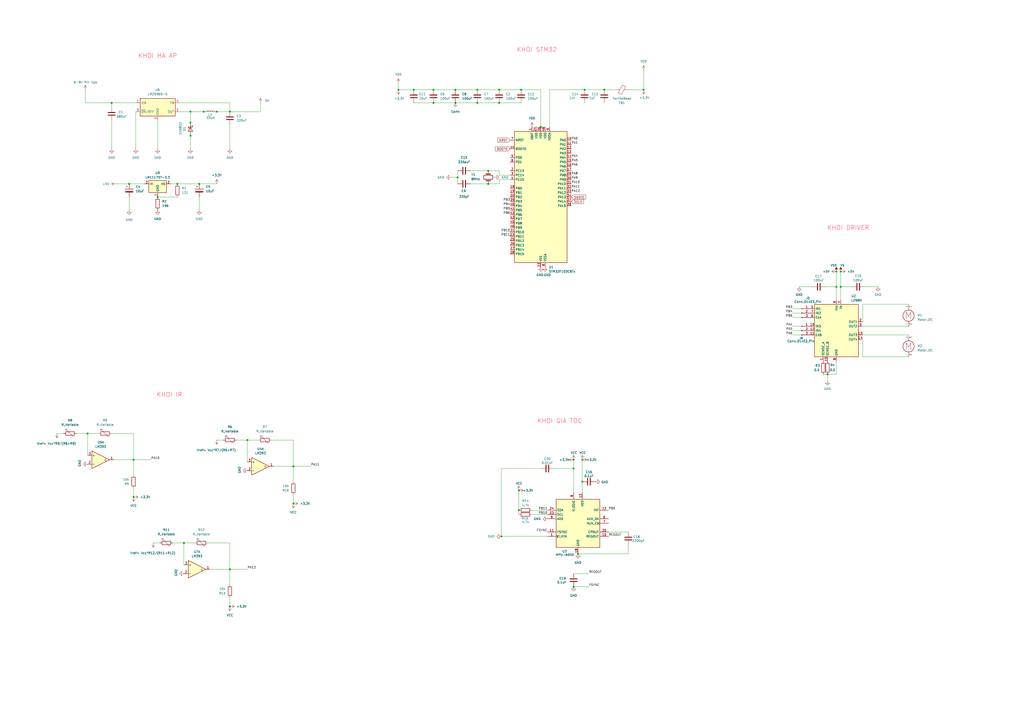
<source format=kicad_sch>
(kicad_sch (version 20250114) (generator "eeschema") (generator_version "9.0")
  (paper "A2")
  (lib_symbols
    (symbol "Comparator:LM393" (pin_names (offset 0.127))
      (property "Reference" "U" (at 3.81 3.81 0))
      (property "Value" "LM393" (at 6.35 -3.81 0))
      (symbol "LM393_1_1"
        (pin input line (at -7.62 2.54 0) (length 2.54) (name "+") (number "3"))
        (pin input line (at -7.62 -2.54 0) (length 2.54) (name "-") (number "2"))
        (pin open_collector line (at 7.62 0 180) (length 2.54) (name "~") (number "1"))
      )
      (symbol "LM393_2_1"
        (pin input line (at -7.62 2.54 0) (length 2.54) (name "+") (number "5"))
        (pin input line (at -7.62 -2.54 0) (length 2.54) (name "-") (number "6"))
        (pin open_collector line (at 7.62 0 180) (length 2.54) (name "~") (number "7"))
      )
      (symbol "LM393_3_1"
        (pin power_in line (at -2.54 7.62 270) (length 3.81) (name "V+") (number "8"))
        (pin power_in line (at -2.54 -7.62 90) (length 3.81) (name "V-") (number "4"))
      )
    )
    (symbol "Connector:Conn_01x03_Pin" (pin_names (offset 1.016) (hide yes))
      (property "Reference" "J" (at 0 5.08 0))
      (property "Value" "Conn_01x03_Pin" (at 0 -5.08 0))
      (symbol "Conn_01x03_Pin_1_1"
        (pin passive line (at 5.08 2.54 180) (length 3.81) (name "Pin_1") (number "1"))
        (pin passive line (at 5.08 0 180) (length 3.81) (name "Pin_2") (number "2"))
        (pin passive line (at 5.08 -2.54 180) (length 3.81) (name "Pin_3") (number "3"))
      )
    )
    (symbol "Device:C" (pin_numbers (hide yes)) (pin_names (offset 0.254))
      (property "Reference" "C" (at 0.635 2.54 0))
      (property "Value" "C" (at 0.635 -2.54 0))
      (symbol "C_1_1"
        (pin passive line (at 0 3.81 270) (length 2.794) (name "~") (number "1"))
        (pin passive line (at 0 -3.81 90) (length 2.794) (name "~") (number "2"))
      )
    )
    (symbol "Device:C_Polarized" (pin_numbers (hide yes)) (pin_names (offset 0.254))
      (property "Reference" "C" (at 0.635 2.54 0))
      (property "Value" "C_Polarized" (at 0.635 -2.54 0))
      (symbol "C_Polarized_1_1"
        (pin passive line (at 0 3.81 270) (length 2.794) (name "~") (number "1"))
        (pin passive line (at 0 -3.81 90) (length 2.794) (name "~") (number "2"))
      )
    )
    (symbol "Device:Crystal" (pin_numbers (hide yes)) (pin_names (offset 1.016) (hide yes))
      (property "Reference" "Y" (at 0 3.81 0))
      (property "Value" "Crystal" (at 0 -3.81 0))
      (symbol "Crystal_1_1"
        (pin passive line (at -3.81 0 0) (length 1.27) (name "1") (number "1"))
        (pin passive line (at 3.81 0 180) (length 1.27) (name "2") (number "2"))
      )
    )
    (symbol "Device:FerriteBead" (pin_numbers (hide yes)) (pin_names (offset 0))
      (property "Reference" "FB" (at -3.81 0.635 90))
      (property "Value" "FerriteBead" (at 3.81 0 90))
      (symbol "FerriteBead_1_1"
        (pin passive line (at 0 3.81 270) (length 2.54) (name "~") (number "1"))
        (pin passive line (at 0 -3.81 90) (length 2.54) (name "~") (number "2"))
      )
    )
    (symbol "Device:L" (pin_numbers (hide yes)) (pin_names (offset 1.016) (hide yes))
      (property "Reference" "L" (at -1.27 0 90))
      (property "Value" "L" (at 1.905 0 90))
      (symbol "L_1_1"
        (pin passive line (at 0 3.81 270) (length 1.27) (name "1") (number "1"))
        (pin passive line (at 0 -3.81 90) (length 1.27) (name "2") (number "2"))
      )
    )
    (symbol "Device:R" (pin_numbers (hide yes)) (pin_names (offset 0))
      (property "Reference" "R" (at 2.032 0 90))
      (property "Value" "R" (at 0 0 90))
      (symbol "R_1_1"
        (pin passive line (at 0 3.81 270) (length 1.27) (name "~") (number "1"))
        (pin passive line (at 0 -3.81 90) (length 1.27) (name "~") (number "2"))
      )
    )
    (symbol "Device:R_Variable" (pin_numbers (hide yes)) (pin_names (offset 0))
      (property "Reference" "R" (at 2.54 -2.54 90))
      (property "Value" "R_Variable" (at -2.54 -1.27 90))
      (symbol "R_Variable_1_1"
        (pin passive line (at 0 3.81 270) (length 1.27) (name "~") (number "1"))
        (pin passive line (at 0 -3.81 90) (length 1.27) (name "~") (number "2"))
      )
    )
    (symbol "Diode:1N5822" (pin_numbers (hide yes)) (pin_names (offset 1.016) (hide yes))
      (property "Reference" "D" (at 0 2.54 0))
      (property "Value" "1N5822" (at 0 -2.54 0))
      (symbol "1N5822_1_1"
        (pin passive line (at -3.81 0 0) (length 2.54) (name "K") (number "1"))
        (pin passive line (at 3.81 0 180) (length 2.54) (name "A") (number "2"))
      )
    )
    (symbol "Driver_Motor:L298N"
      (property "Reference" "U" (at -10.16 16.51 0))
      (property "Value" "L298N" (at 12.7 16.51 0))
      (symbol "L298N_1_1"
        (pin input line (at -15.24 12.7 0) (length 2.54) (name "IN1") (number "5"))
        (pin input line (at -15.24 10.16 0) (length 2.54) (name "IN2") (number "7"))
        (pin input line (at -15.24 7.62 0) (length 2.54) (name "EnA") (number "6"))
        (pin input line (at -15.24 2.54 0) (length 2.54) (name "IN3") (number "10"))
        (pin input line (at -15.24 0 0) (length 2.54) (name "IN4") (number "12"))
        (pin input line (at -15.24 -2.54 0) (length 2.54) (name "EnB") (number "11"))
        (pin input line (at -7.62 -17.78 90) (length 2.54) (name "SENSE_A") (number "1"))
        (pin input line (at -5.08 -17.78 90) (length 2.54) (name "SENSE_B") (number "15"))
        (pin power_in line (at 0 17.78 270) (length 2.54) (name "Vss") (number "9"))
        (pin power_in line (at 0 -17.78 90) (length 2.54) (name "GND") (number "8"))
        (pin power_in line (at 2.54 17.78 270) (length 2.54) (name "Vs") (number "4"))
        (pin output line (at 15.24 5.08 180) (length 2.54) (name "OUT1") (number "2"))
        (pin output line (at 15.24 2.54 180) (length 2.54) (name "OUT2") (number "3"))
        (pin output line (at 15.24 -2.54 180) (length 2.54) (name "OUT3") (number "13"))
        (pin output line (at 15.24 -5.08 180) (length 2.54) (name "OUT4") (number "14"))
      )
    )
    (symbol "MCU_ST_STM32F1:STM32F103C8Tx"
      (property "Reference" "U" (at -15.24 39.37 0))
      (property "Value" "STM32F103C8Tx" (at 7.62 39.37 0))
      (symbol "STM32F103C8Tx_1_1"
        (pin input line (at -17.78 33.02 0) (length 2.54) (name "NRST") (number "7"))
        (pin input line (at -17.78 27.94 0) (length 2.54) (name "BOOT0") (number "44"))
        (pin bidirectional line (at -17.78 22.86 0) (length 2.54) (name "PD0") (number "5"))
        (pin bidirectional line (at -17.78 20.32 0) (length 2.54) (name "PD1") (number "6"))
        (pin bidirectional line (at -17.78 15.24 0) (length 2.54) (name "PC13") (number "2"))
        (pin bidirectional line (at -17.78 12.7 0) (length 2.54) (name "PC14") (number "3"))
        (pin bidirectional line (at -17.78 10.16 0) (length 2.54) (name "PC15") (number "4"))
        (pin bidirectional line (at -17.78 5.08 0) (length 2.54) (name "PB0") (number "18"))
        (pin bidirectional line (at -17.78 2.54 0) (length 2.54) (name "PB1") (number "19"))
        (pin bidirectional line (at -17.78 0 0) (length 2.54) (name "PB2") (number "20"))
        (pin bidirectional line (at -17.78 -2.54 0) (length 2.54) (name "PB3") (number "39"))
        (pin bidirectional line (at -17.78 -5.08 0) (length 2.54) (name "PB4") (number "40"))
        (pin bidirectional line (at -17.78 -7.62 0) (length 2.54) (name "PB5") (number "41"))
        (pin bidirectional line (at -17.78 -10.16 0) (length 2.54) (name "PB6") (number "42"))
        (pin bidirectional line (at -17.78 -12.7 0) (length 2.54) (name "PB7") (number "43"))
        (pin bidirectional line (at -17.78 -15.24 0) (length 2.54) (name "PB8") (number "45"))
        (pin bidirectional line (at -17.78 -17.78 0) (length 2.54) (name "PB9") (number "46"))
        (pin bidirectional line (at -17.78 -20.32 0) (length 2.54) (name "PB10") (number "21"))
        (pin bidirectional line (at -17.78 -22.86 0) (length 2.54) (name "PB11") (number "22"))
        (pin bidirectional line (at -17.78 -25.4 0) (length 2.54) (name "PB12") (number "25"))
        (pin bidirectional line (at -17.78 -27.94 0) (length 2.54) (name "PB13") (number "26"))
        (pin bidirectional line (at -17.78 -30.48 0) (length 2.54) (name "PB14") (number "27"))
        (pin bidirectional line (at -17.78 -33.02 0) (length 2.54) (name "PB15") (number "28"))
        (pin power_in line (at -5.08 40.64 270) (length 2.54) (name "VBAT") (number "1"))
        (pin power_in line (at -2.54 40.64 270) (length 2.54) (name "VDD") (number "24"))
        (pin power_in line (at 0 40.64 270) (length 2.54) (name "VDD") (number "36"))
        (pin power_in line (at 0 -40.64 90) (length 2.54) (name "VSS") (number "23"))
        (pin passive line (at 0 -40.64 90) (length 2.54) (hide yes) (name "VSS") (number "35"))
        (pin passive line (at 0 -40.64 90) (length 2.54) (hide yes) (name "VSS") (number "47"))
        (pin power_in line (at 2.54 40.64 270) (length 2.54) (name "VDD") (number "48"))
        (pin power_in line (at 2.54 -40.64 90) (length 2.54) (name "VSSA") (number "8"))
        (pin power_in line (at 5.08 40.64 270) (length 2.54) (name "VDDA") (number "9"))
        (pin bidirectional line (at 17.78 33.02 180) (length 2.54) (name "PA0") (number "10"))
        (pin bidirectional line (at 17.78 30.48 180) (length 2.54) (name "PA1") (number "11"))
        (pin bidirectional line (at 17.78 27.94 180) (length 2.54) (name "PA2") (number "12"))
        (pin bidirectional line (at 17.78 25.4 180) (length 2.54) (name "PA3") (number "13"))
        (pin bidirectional line (at 17.78 22.86 180) (length 2.54) (name "PA4") (number "14"))
        (pin bidirectional line (at 17.78 20.32 180) (length 2.54) (name "PA5") (number "15"))
        (pin bidirectional line (at 17.78 17.78 180) (length 2.54) (name "PA6") (number "16"))
        (pin bidirectional line (at 17.78 15.24 180) (length 2.54) (name "PA7") (number "17"))
        (pin bidirectional line (at 17.78 12.7 180) (length 2.54) (name "PA8") (number "29"))
        (pin bidirectional line (at 17.78 10.16 180) (length 2.54) (name "PA9") (number "30"))
        (pin bidirectional line (at 17.78 7.62 180) (length 2.54) (name "PA10") (number "31"))
        (pin bidirectional line (at 17.78 5.08 180) (length 2.54) (name "PA11") (number "32"))
        (pin bidirectional line (at 17.78 2.54 180) (length 2.54) (name "PA12") (number "33"))
        (pin bidirectional line (at 17.78 0 180) (length 2.54) (name "PA13") (number "34"))
        (pin bidirectional line (at 17.78 -2.54 180) (length 2.54) (name "PA14") (number "37"))
        (pin bidirectional line (at 17.78 -5.08 180) (length 2.54) (name "PA15") (number "38"))
      )
    )
    (symbol "Motor:Motor_DC" (pin_names (offset 0))
      (property "Reference" "M" (at 2.54 2.54 0))
      (property "Value" "Motor_DC" (at 2.54 -5.08 0))
      (symbol "Motor_DC_1_1"
        (pin passive line (at 0 5.08 270) (length 2.54) (name "+") (number "1"))
        (pin passive line (at 0 -7.62 90) (length 2.54) (name "-") (number "2"))
      )
    )
    (symbol "Regulator_Linear:LM1117DT-3.3"
      (property "Reference" "U" (at -3.81 3.175 0))
      (property "Value" "LM1117DT-3.3" (at 0 3.175 0))
      (symbol "LM1117DT-3.3_1_1"
        (pin power_in line (at -7.62 0 0) (length 2.54) (name "VI") (number "3"))
        (pin power_in line (at 0 -7.62 90) (length 2.54) (name "GND") (number "1"))
        (pin power_out line (at 7.62 0 180) (length 2.54) (name "VO") (number "2"))
      )
    )
    (symbol "Regulator_Switching:LM2596S-5"
      (property "Reference" "U" (at -10.16 6.35 0))
      (property "Value" "LM2596S-5" (at 0 6.35 0))
      (symbol "LM2596S-5_1_1"
        (pin power_in line (at -12.7 2.54 0) (length 2.54) (name "VIN") (number "1"))
        (pin input line (at -12.7 -2.54 0) (length 2.54) (name "~{ON}/OFF") (number "5"))
        (pin power_in line (at 0 -7.62 90) (length 2.54) (name "GND") (number "3"))
        (pin input line (at 12.7 2.54 180) (length 2.54) (name "FB") (number "4"))
        (pin output line (at 12.7 -2.54 180) (length 2.54) (name "OUT") (number "2"))
      )
    )
    (symbol "Sensor_Motion:MPU-6050"
      (property "Reference" "U" (at -11.43 13.97 0))
      (property "Value" "MPU-6050" (at 7.62 -15.24 0))
      (symbol "MPU-6050_1_1"
        (pin bidirectional line (at -17.78 7.62 0) (length 5.08) (name "SDA") (number "24"))
        (pin input line (at -17.78 5.08 0) (length 5.08) (name "SCL") (number "23"))
        (pin input line (at -17.78 2.54 0) (length 5.08) (name "AD0") (number "9"))
        (pin input line (at -17.78 -5.08 0) (length 5.08) (name "FSYNC") (number "11"))
        (pin input clock (at -17.78 -7.62 0) (length 5.08) (name "CLKIN") (number "1"))
        (pin no_connect line (at -12.7 12.7 0) (length 2.54) (hide yes) (name "NC") (number "2"))
        (pin no_connect line (at -12.7 10.16 0) (length 2.54) (hide yes) (name "NC") (number "3"))
        (pin no_connect line (at -12.7 0 0) (length 2.54) (hide yes) (name "NC") (number "4"))
        (pin no_connect line (at -12.7 -2.54 0) (length 2.54) (hide yes) (name "NC") (number "5"))
        (pin no_connect line (at -12.7 -10.16 0) (length 2.54) (hide yes) (name "NC") (number "14"))
        (pin power_in line (at -2.54 17.78 270) (length 3.81) (name "VLOGIC") (number "8"))
        (pin power_in line (at 0 -17.78 90) (length 3.81) (name "GND") (number "18"))
        (pin power_in line (at 2.54 17.78 270) (length 3.81) (name "VDD") (number "13"))
        (pin no_connect line (at 12.7 12.7 180) (length 2.54) (hide yes) (name "NC") (number "15"))
        (pin no_connect line (at 12.7 10.16 180) (length 2.54) (hide yes) (name "NC") (number "16"))
        (pin no_connect line (at 12.7 5.08 180) (length 2.54) (hide yes) (name "NC") (number "17"))
        (pin no_connect line (at 12.7 -2.54 180) (length 2.54) (hide yes) (name "RESV") (number "21"))
        (pin no_connect line (at 12.7 -10.16 180) (length 2.54) (hide yes) (name "RESV") (number "19"))
        (pin no_connect line (at 12.7 -12.7 180) (length 2.54) (hide yes) (name "RESV") (number "22"))
        (pin output line (at 17.78 7.62 180) (length 5.08) (name "INT") (number "12"))
        (pin bidirectional line (at 17.78 2.54 180) (length 5.08) (name "AUX_DA") (number "6"))
        (pin output clock (at 17.78 0 180) (length 5.08) (name "AUX_CL") (number "7"))
        (pin passive line (at 17.78 -5.08 180) (length 5.08) (name "CPOUT") (number "20"))
        (pin passive line (at 17.78 -7.62 180) (length 5.08) (name "REGOUT") (number "10"))
      )
    )
    (symbol "power:+1V5" (power) (pin_numbers (hide yes)) (pin_names (offset 0) (hide yes))
      (property "Value" "+1V5" (at 0 3.556 0))
      (symbol "+1V5_1_1"
        (pin power_in line (at 0 0 90) (length 0) (name "~") (number "1"))
      )
    )
    (symbol "power:+3.3V" (power) (pin_numbers (hide yes)) (pin_names (offset 0) (hide yes))
      (property "Value" "+3.3V" (at 0 3.556 0))
      (symbol "+3.3V_1_1"
        (pin power_in line (at 0 0 90) (length 0) (name "~") (number "1"))
      )
    )
    (symbol "power:+5V" (power) (pin_numbers (hide yes)) (pin_names (offset 0) (hide yes))
      (property "Value" "+5V" (at 0 3.556 0))
      (symbol "+5V_1_1"
        (pin power_in line (at 0 0 90) (length 0) (name "~") (number "1"))
      )
    )
    (symbol "power:+6V" (power) (pin_numbers (hide yes)) (pin_names (offset 0) (hide yes))
      (property "Value" "+6V" (at 0 3.556 0))
      (symbol "+6V_1_1"
        (pin power_in line (at 0 0 90) (length 0) (name "~") (number "1"))
      )
    )
    (symbol "power:Earth" (power) (pin_numbers (hide yes)) (pin_names (offset 0) (hide yes))
      (property "Value" "Earth" (at 0 -3.81 0))
      (symbol "Earth_1_1"
        (pin power_in line (at 0 0 270) (length 0) (name "~") (number "1"))
      )
    )
    (symbol "power:GND" (power) (pin_numbers (hide yes)) (pin_names (offset 0) (hide yes))
      (property "Value" "GND" (at 0 -3.81 0))
      (symbol "GND_1_1"
        (pin power_in line (at 0 0 270) (length 0) (name "~") (number "1"))
      )
    )
    (symbol "power:VCC" (power) (pin_numbers (hide yes)) (pin_names (offset 0) (hide yes))
      (property "Value" "VCC" (at 0 3.556 0))
      (symbol "VCC_1_1"
        (pin power_in line (at 0 0 90) (length 0) (name "~") (number "1"))
      )
    )
    (symbol "power:VDD" (power) (pin_numbers (hide yes)) (pin_names (offset 0) (hide yes))
      (property "Value" "VDD" (at 0 3.556 0))
      (symbol "VDD_1_1"
        (pin power_in line (at 0 0 90) (length 0) (name "~") (number "1"))
      )
    )
    (symbol "power:VS" (power) (pin_numbers (hide yes)) (pin_names (offset 0) (hide yes))
      (property "Value" "VS" (at 0 3.556 0))
      (symbol "VS_1_1"
        (pin power_in line (at 0 0 90) (length 0) (name "~") (number "1"))
      )
    )
    (symbol "power:VSS" (power) (pin_numbers (hide yes)) (pin_names (offset 0) (hide yes))
      (property "Value" "VSS" (at 0 3.556 0))
      (symbol "VSS_1_1"
        (pin power_in line (at 0 0 90) (length 0) (name "~") (number "1"))
      )
    )
  )
  (text "KHOI HA AP" (at 91.44 32.512 0) (effects (font (size 2.54 2.54))))
  (text "KHOI STM32\n" (at 311.404 28.956 0) (effects (font (size 2.54 2.54))))
  (text "KHOI GIA TOC \n" (at 325.628 244.348 0) (effects (font (size 2.54 2.54))))
  (text "KHOI DRIVER\n" (at 491.998 132.334 0) (effects (font (size 2.54 2.54))))
  (text "KHOI IR\n\n" (at 98.298 231.14 0) (effects (font (size 2.54 2.54))))
  (junction (at 64.77 59.69))
  (junction (at 231.14 52.07))
  (junction (at 373.38 52.07))
  (junction (at 339.09 52.07))
  (junction (at 283.21 99.06))
  (junction (at 170.18 270.51))
  (junction (at 302.26 52.07))
  (junction (at 264.16 52.07))
  (junction (at 110.49 64.77))
  (junction (at 77.47 266.7))
  (junction (at 133.35 64.77))
  (junction (at 170.18 292.1))
  (junction (at 485.14 157.48))
  (junction (at 240.03 52.07))
  (junction (at 289.56 52.07))
  (junction (at 290.83 311.15))
  (junction (at 110.49 71.12))
  (junction (at 300.99 284.48))
  (junction (at 265.43 102.87))
  (junction (at 143.51 255.27))
  (junction (at 251.46 59.69))
  (junction (at 118.11 64.77))
  (junction (at 77.47 288.29))
  (junction (at 350.52 52.07))
  (junction (at 337.82 266.7))
  (junction (at 133.35 351.79))
  (junction (at 106.68 314.96))
  (junction (at 289.56 59.69))
  (junction (at 487.68 157.48))
  (junction (at 487.68 166.37))
  (junction (at 283.21 106.68))
  (junction (at 300.99 295.91))
  (junction (at 125.73 64.77))
  (junction (at 313.69 73.66))
  (junction (at 332.74 266.7))
  (junction (at 337.82 279.4))
  (junction (at 335.28 321.31))
  (junction (at 276.86 52.07))
  (junction (at 264.16 59.69))
  (junction (at 50.8 251.46))
  (junction (at 74.93 106.68))
  (junction (at 480.06 217.17))
  (junction (at 110.49 78.74))
  (junction (at 332.74 271.78))
  (junction (at 115.57 106.68))
  (junction (at 251.46 52.07))
  (junction (at 332.74 340.36))
  (junction (at 133.35 330.2))
  (junction (at 485.14 166.37))
  (junction (at 102.87 106.68))
  (junction (at 276.86 59.69))
  (junction (at 91.44 114.3))
  (wire (pts (xy 110.49 64.77) (xy 118.11 64.77)))
  (wire (pts (xy 487.68 157.48) (xy 487.68 166.37)))
  (wire (pts (xy 133.35 314.96) (xy 133.35 330.2)))
  (wire (pts (xy 485.14 166.37) (xy 478.79 166.37)))
  (wire (pts (xy 353.06 308.61) (xy 364.49 308.61)))
  (wire (pts (xy 459.74 194.31) (xy 464.82 194.31)))
  (wire (pts (xy 77.47 266.7) (xy 87.63 266.7)))
  (wire (pts (xy 100.33 314.96) (xy 106.68 314.96)))
  (wire (pts (xy 485.14 217.17) (xy 480.06 217.17)))
  (wire (pts (xy 500.38 176.53) (xy 527.05 176.53)))
  (wire (pts (xy 264.16 59.69) (xy 276.86 59.69)))
  (wire (pts (xy 151.13 64.77) (xy 151.13 59.69)))
  (wire (pts (xy 459.74 181.61) (xy 464.82 181.61)))
  (wire (pts (xy 300.99 295.91) (xy 300.99 298.45)))
  (wire (pts (xy 133.35 86.36) (xy 133.35 72.39)))
  (wire (pts (xy 67.31 106.68) (xy 74.93 106.68)))
  (wire (pts (xy 313.69 73.66) (xy 316.23 73.66)))
  (wire (pts (xy 110.49 64.77) (xy 110.49 71.12)))
  (wire (pts (xy 104.14 64.77) (xy 110.49 64.77)))
  (wire (pts (xy 477.52 217.17) (xy 480.06 217.17)))
  (wire (pts (xy 77.47 283.21) (xy 77.47 288.29)))
  (wire (pts (xy 273.05 99.06) (xy 283.21 99.06)))
  (wire (pts (xy 110.49 76.2) (xy 110.49 78.74)))
  (wire (pts (xy 44.45 251.46) (xy 50.8 251.46)))
  (wire (pts (xy 88.9 314.96) (xy 92.71 314.96)))
  (wire (pts (xy 295.91 104.14) (xy 289.56 104.14)))
  (wire (pts (xy 339.09 52.07) (xy 318.77 52.07)))
  (wire (pts (xy 289.56 104.14) (xy 289.56 106.68)))
  (wire (pts (xy 137.16 255.27) (xy 143.51 255.27)))
  (wire (pts (xy 500.38 186.69) (xy 500.38 176.53)))
  (wire (pts (xy 120.65 314.96) (xy 133.35 314.96)))
  (wire (pts (xy 74.93 106.68) (xy 83.82 106.68)))
  (wire (pts (xy 350.52 52.07) (xy 339.09 52.07)))
  (wire (pts (xy 143.51 255.27) (xy 149.86 255.27)))
  (wire (pts (xy 143.51 255.27) (xy 143.51 267.97)))
  (wire (pts (xy 170.18 287.02) (xy 170.18 292.1)))
  (wire (pts (xy 91.44 69.85) (xy 91.44 86.36)))
  (wire (pts (xy 332.74 332.74) (xy 341.63 332.74)))
  (wire (pts (xy 33.02 251.46) (xy 36.83 251.46)))
  (wire (pts (xy 364.49 321.31) (xy 335.28 321.31)))
  (wire (pts (xy 64.77 59.69) (xy 78.74 59.69)))
  (wire (pts (xy 115.57 121.92) (xy 115.57 114.3)))
  (wire (pts (xy 313.69 271.78) (xy 290.83 271.78)))
  (wire (pts (xy 251.46 59.69) (xy 264.16 59.69)))
  (wire (pts (xy 500.38 189.23) (xy 527.05 189.23)))
  (wire (pts (xy 265.43 99.06) (xy 265.43 102.87)))
  (wire (pts (xy 170.18 255.27) (xy 170.18 270.51)))
  (wire (pts (xy 50.8 251.46) (xy 57.15 251.46)))
  (wire (pts (xy 295.91 101.6) (xy 289.56 101.6)))
  (wire (pts (xy 170.18 270.51) (xy 180.34 270.51)))
  (wire (pts (xy 373.38 40.64) (xy 373.38 52.07)))
  (wire (pts (xy 115.57 106.68) (xy 125.73 106.68)))
  (wire (pts (xy 251.46 52.07) (xy 264.16 52.07)))
  (wire (pts (xy 231.14 48.26) (xy 231.14 52.07)))
  (wire (pts (xy 332.74 266.7) (xy 332.74 271.78)))
  (wire (pts (xy 332.74 340.36) (xy 341.63 340.36)))
  (wire (pts (xy 459.74 179.07) (xy 464.82 179.07)))
  (wire (pts (xy 289.56 99.06) (xy 283.21 99.06)))
  (wire (pts (xy 64.77 59.69) (xy 64.77 62.23)))
  (wire (pts (xy 158.75 270.51) (xy 170.18 270.51)))
  (wire (pts (xy 308.61 295.91) (xy 317.5 295.91)))
  (wire (pts (xy 118.11 64.77) (xy 125.73 64.77)))
  (wire (pts (xy 485.14 157.48) (xy 485.14 166.37)))
  (wire (pts (xy 77.47 266.7) (xy 77.47 275.59)))
  (wire (pts (xy 64.77 251.46) (xy 77.47 251.46)))
  (wire (pts (xy 110.49 78.74) (xy 110.49 86.36)))
  (wire (pts (xy 501.65 166.37) (xy 509.27 166.37)))
  (wire (pts (xy 500.38 207.01) (xy 527.05 207.01)))
  (wire (pts (xy 290.83 311.15) (xy 317.5 311.15)))
  (wire (pts (xy 231.14 52.07) (xy 240.03 52.07)))
  (wire (pts (xy 321.31 271.78) (xy 332.74 271.78)))
  (wire (pts (xy 276.86 59.69) (xy 289.56 59.69)))
  (wire (pts (xy 459.74 191.77) (xy 464.82 191.77)))
  (wire (pts (xy 110.49 71.12) (xy 110.49 74.93)))
  (wire (pts (xy 264.16 52.07) (xy 276.86 52.07)))
  (wire (pts (xy 121.92 330.2) (xy 133.35 330.2)))
  (wire (pts (xy 125.73 255.27) (xy 129.54 255.27)))
  (wire (pts (xy 480.06 217.17) (xy 480.06 220.98)))
  (wire (pts (xy 261.62 102.87) (xy 265.43 102.87)))
  (wire (pts (xy 459.74 184.15) (xy 464.82 184.15)))
  (wire (pts (xy 106.68 314.96) (xy 113.03 314.96)))
  (wire (pts (xy 285.75 102.87) (xy 287.02 102.87)))
  (wire (pts (xy 500.38 196.85) (xy 500.38 207.01)))
  (wire (pts (xy 289.56 59.69) (xy 302.26 59.69)))
  (wire (pts (xy 50.8 251.46) (xy 50.8 264.16)))
  (wire (pts (xy 133.35 59.69) (xy 133.35 64.77)))
  (wire (pts (xy 289.56 101.6) (xy 289.56 99.06)))
  (wire (pts (xy 133.35 64.77) (xy 151.13 64.77)))
  (wire (pts (xy 332.74 339.09) (xy 332.74 340.36)))
  (wire (pts (xy 133.35 346.71) (xy 133.35 351.79)))
  (wire (pts (xy 337.82 266.7) (xy 337.82 279.4)))
  (wire (pts (xy 485.14 166.37) (xy 485.14 173.99)))
  (wire (pts (xy 318.77 52.07) (xy 318.77 73.66)))
  (wire (pts (xy 64.77 86.36) (xy 64.77 69.85)))
  (wire (pts (xy 471.17 166.37) (xy 463.55 166.37)))
  (wire (pts (xy 273.05 106.68) (xy 283.21 106.68)))
  (wire (pts (xy 78.74 64.77) (xy 78.74 86.36)))
  (wire (pts (xy 66.04 266.7) (xy 77.47 266.7)))
  (wire (pts (xy 99.06 106.68) (xy 102.87 106.68)))
  (wire (pts (xy 313.69 52.07) (xy 313.69 73.66)))
  (wire (pts (xy 276.86 52.07) (xy 289.56 52.07)))
  (wire (pts (xy 74.93 121.92) (xy 74.93 114.3)))
  (wire (pts (xy 125.73 64.77) (xy 133.35 64.77)))
  (wire (pts (xy 302.26 52.07) (xy 313.69 52.07)))
  (wire (pts (xy 487.68 166.37) (xy 494.03 166.37)))
  (wire (pts (xy 170.18 270.51) (xy 170.18 279.4)))
  (wire (pts (xy 373.38 52.07) (xy 364.49 52.07)))
  (wire (pts (xy 240.03 52.07) (xy 251.46 52.07)))
  (wire (pts (xy 308.61 298.45) (xy 317.5 298.45)))
  (wire (pts (xy 157.48 255.27) (xy 170.18 255.27)))
  (wire (pts (xy 300.99 284.48) (xy 300.99 295.91)))
  (wire (pts (xy 77.47 251.46) (xy 77.47 266.7)))
  (wire (pts (xy 485.14 209.55) (xy 485.14 217.17)))
  (wire (pts (xy 289.56 52.07) (xy 302.26 52.07)))
  (wire (pts (xy 91.44 114.3) (xy 102.87 114.3)))
  (wire (pts (xy 364.49 316.23) (xy 364.49 321.31)))
  (wire (pts (xy 106.68 314.96) (xy 106.68 327.66)))
  (wire (pts (xy 356.87 52.07) (xy 350.52 52.07)))
  (wire (pts (xy 289.56 106.68) (xy 283.21 106.68)))
  (wire (pts (xy 487.68 166.37) (xy 487.68 173.99)))
  (wire (pts (xy 49.53 59.69) (xy 64.77 59.69)))
  (wire (pts (xy 240.03 59.69) (xy 251.46 59.69)))
  (wire (pts (xy 337.82 279.4) (xy 337.82 285.75)))
  (wire (pts (xy 102.87 106.68) (xy 115.57 106.68)))
  (wire (pts (xy 265.43 102.87) (xy 265.43 106.68)))
  (wire (pts (xy 133.35 330.2) (xy 133.35 339.09)))
  (wire (pts (xy 311.15 73.66) (xy 313.69 73.66)))
  (wire (pts (xy 459.74 189.23) (xy 464.82 189.23)))
  (wire (pts (xy 500.38 194.31) (xy 527.05 194.31)))
  (wire (pts (xy 332.74 271.78) (xy 332.74 285.75)))
  (wire (pts (xy 104.14 59.69) (xy 133.35 59.69)))
  (wire (pts (xy 290.83 271.78) (xy 290.83 311.15)))
  (wire (pts (xy 133.35 330.2) (xy 143.51 330.2)))
  (wire (pts (xy 49.53 52.07) (xy 49.53 59.69)))
  (wire (pts (xy 295.91 137.16) (xy 295.91 134.62)))
  (label "FSYNC" (at 317.5 308.61 180))
  (label "PA12" (at 331.47 111.76 0))
  (label "PA1" (at 331.47 83.82 0))
  (label "FSYNC" (at 341.63 340.36 0))
  (label "PA11" (at 331.47 109.22 0))
  (label "PB4" (at 459.74 181.61 180))
  (label "PA4" (at 459.74 189.23 180))
  (label "PA11" (at 180.34 270.51 0))
  (label "PA5" (at 331.47 93.98 0))
  (label "PA4" (at 331.47 91.44 0))
  (label "PB10" (at 295.91 134.62 180))
  (label "PA10" (at 331.47 106.68 0))
  (label "PB6" (at 295.91 124.46 180))
  (label "PA5" (at 459.74 191.77 180))
  (label "PA10" (at 87.63 266.7 0))
  (label "PB3" (at 295.91 116.84 180))
  (label "PA8" (at 331.47 101.6 0))
  (label "PA6" (at 331.47 96.52 0))
  (label "PB4" (at 295.91 119.38 180))
  (label "REGOUT" (at 353.06 311.15 0))
  (label "PB5" (at 353.06 295.91 0))
  (label "PB10" (at 317.5 298.45 180))
  (label "PA12" (at 143.51 330.2 0))
  (label "PA6" (at 459.74 194.31 180))
  (label "PB5" (at 295.91 121.92 180))
  (label "PB3" (at 459.74 179.07 180))
  (label "PA9" (at 331.47 104.14 0))
  (label "PB11" (at 317.5 295.91 180))
  (label "PB6" (at 459.74 184.15 180))
  (label "PB11" (at 295.91 137.16 180))
  (label "PA0" (at 331.47 81.28 0))
  (label "REGOUT" (at 341.63 332.74 0))
  (global_label "SWDIO" (shape input) (at 331.47 114.3 0) (property "Intersheetrefs" "${INTERSHEET_REFS}" (effects (hide yes))))
  (global_label "NRST" (shape input) (at 295.91 81.28 180) (property "Intersheetrefs" "${INTERSHEET_REFS}" (effects (hide yes))))
  (global_label "BOOT0" (shape input) (at 295.91 86.36 180) (property "Intersheetrefs" "${INTERSHEET_REFS}" (effects (hide yes))))
  (global_label "SCLK" (shape input) (at 331.47 116.84 0) (property "Intersheetrefs" "${INTERSHEET_REFS}" (effects (hide yes))))
  (symbol (lib_id "power:+1V5") (at 125.73 255.27 180) (unit 1)
    (property "Reference" "#PWR033" (effects (hide yes)))
    (property "Value" "Vref= Vcc*R7/(R6+R7)" (at 125.476 261.112 0))
    (property "Description" "Power symbol creates a global label with name \"+1V5\"" (effects (hide yes)))
  )
  (symbol (lib_id "Device:FerriteBead") (at 360.68 52.07 270) (unit 1)
    (property "Reference" "FB1" (at 360.7308 59.69 90))
    (property "Value" "FerriteBead" (at 360.7308 57.15 90))
    (property "Description" "Ferrite bead" (effects (hide yes)))
  )
  (symbol (lib_id "power:VCC") (at 332.74 266.7 0) (unit 1)
    (property "Reference" "#PWR049" (effects (hide yes)))
    (property "Value" "VCC" (at 330.962 262.636 0) (effects (justify left)))
    (property "Description" "Power symbol creates a global label with name \"VCC\"" (effects (hide yes)))
  )
  (symbol (lib_id "Device:C") (at 364.49 312.42 0) (unit 1)
    (property "Reference" "C18" (at 369.316 311.404 0))
    (property "Value" "2200pF" (at 370.332 313.69 0))
    (property "Description" "Unpolarized capacitor" (effects (hide yes)))
  )
  (symbol (lib_id "power:GND") (at 287.02 102.87 90) (unit 1)
    (property "Reference" "#PWR021" (effects (hide yes)))
    (property "Value" "GND" (at 290.83 102.8699 90) (effects (justify right)))
    (property "Description" "Power symbol creates a global label with name \"GND\" , ground" (effects (hide yes)))
  )
  (symbol (lib_id "Comparator:LM393") (at 58.42 266.7 0) (unit 1)
    (property "Reference" "U5" (at 58.42 256.54 0))
    (property "Value" "LM393" (at 58.42 259.08 0))
    (property "Datasheet" "http://www.ti.com/lit/ds/symlink/lm393.pdf" (effects (hide yes)))
    (property "Description" "Low-Power, Low-Offset Voltage, Dual Comparators, DIP-8/SOIC-8/TO-99-8" (effects (hide yes)))
  )
  (symbol (lib_id "Device:C") (at 251.46 55.88 180) (unit 1)
    (property "Reference" "C6" (at 255.27 54.6099 0) (effects (justify right)))
    (property "Value" "100uF" (at 255.27 57.1499 0) (effects (justify right)))
    (property "Description" "Unpolarized capacitor" (effects (hide yes)))
  )
  (symbol (lib_id "Device:R") (at 77.47 279.4 180) (unit 1)
    (property "Reference" "R5" (at 74.93 280.6701 0) (effects (justify left)))
    (property "Value" "10k" (at 74.93 278.1301 0) (effects (justify left)))
    (property "Description" "Resistor" (effects (hide yes)))
  )
  (symbol (lib_id "power:GND") (at 91.44 121.92 0) (unit 1)
    (property "Reference" "#PWR020" (effects (hide yes)))
    (property "Value" "GND" (at 91.44 127 0))
    (property "Description" "Power symbol creates a global label with name \"GND\" , ground" (effects (hide yes)))
  )
  (symbol (lib_id "power:VCC") (at 133.35 351.79 180) (unit 1)
    (property "Reference" "#PWR040" (effects (hide yes)))
    (property "Value" "VCC" (at 133.35 356.87 0))
    (property "Description" "Power symbol creates a global label with name \"VCC\"" (effects (hide yes)))
  )
  (symbol (lib_id "Device:C") (at 341.63 279.4 270) (unit 1)
    (property "Reference" "C16" (at 341.63 273.812 90))
    (property "Value" "0.1uF" (at 341.63 276.098 90))
    (property "Description" "Unpolarized capacitor" (effects (hide yes)))
  )
  (symbol (lib_id "power:GND") (at 509.27 166.37 0) (unit 1)
    (property "Reference" "#PWR017" (effects (hide yes)))
    (property "Value" "GND" (at 509.27 170.942 0))
    (property "Description" "Power symbol creates a global label with name \"GND\" , ground" (effects (hide yes)))
  )
  (symbol (lib_id "Comparator:LM393") (at 114.3 330.2 0) (unit 1)
    (property "Reference" "U7" (at 114.3 320.04 0))
    (property "Value" "LM393" (at 114.3 322.58 0))
    (property "Datasheet" "http://www.ti.com/lit/ds/symlink/lm393.pdf" (effects (hide yes)))
    (property "Description" "Low-Power, Low-Offset Voltage, Dual Comparators, DIP-8/SOIC-8/TO-99-8" (effects (hide yes)))
  )
  (symbol (lib_id "Regulator_Linear:LM1117DT-3.3") (at 91.44 106.68 0) (unit 1)
    (property "Reference" "U9" (at 91.44 100.33 0))
    (property "Value" "LM1117DT-3.3" (at 91.44 102.87 0))
    (property "Footprint" "Package_TO_SOT_SMD:TO-252-3_TabPin2" (effects (hide yes)))
    (property "Datasheet" "http://www.ti.com/lit/ds/symlink/lm1117.pdf" (effects (hide yes)))
    (property "Description" "800mA Low-Dropout Linear Regulator, 3.3V fixed output, TO-252" (effects (hide yes)))
  )
  (symbol (lib_id "Regulator_Switching:LM2596S-5") (at 91.44 62.23 0) (unit 1)
    (property "Reference" "U6" (at 91.44 52.07 0))
    (property "Value" "LM2596S-5" (at 91.44 54.61 0))
    (property "Footprint" "Package_TO_SOT_SMD:TO-263-5_TabPin3" (effects (hide yes)))
    (property "Datasheet" "http://www.ti.com/lit/ds/symlink/lm2596.pdf" (effects (hide yes)))
    (property "Description" "5V 3A Step-Down Voltage Regulator, TO-263" (effects (hide yes)))
  )
  (symbol (lib_id "power:GND") (at 316.23 154.94 0) (unit 1)
    (property "Reference" "#PWR025" (effects (hide yes)))
    (property "Value" "GND" (at 317.5 159.512 0))
    (property "Description" "Power symbol creates a global label with name \"GND\" , ground" (effects (hide yes)))
  )
  (symbol (lib_id "Device:R_Variable") (at 60.96 251.46 90) (unit 1)
    (property "Reference" "R9" (at 60.96 243.84 90))
    (property "Value" "R_Variable" (at 60.96 246.38 90))
    (property "Description" "Variable resistor" (effects (hide yes)))
  )
  (symbol (lib_id "power:+3.3V") (at 373.38 52.07 180) (unit 1)
    (property "Reference" "#PWR029" (effects (hide yes)))
    (property "Value" "+3.3V" (at 370.84 56.642 0) (effects (justify right)))
    (property "Description" "Power symbol creates a global label with name \"+3.3V\"" (effects (hide yes)))
  )
  (symbol (lib_id "Device:C") (at 332.74 336.55 0) (unit 1)
    (property "Reference" "C19" (at 326.39 335.534 0))
    (property "Value" "0.1uF" (at 325.882 337.82 0))
    (property "Description" "Unpolarized capacitor" (effects (hide yes)))
  )
  (symbol (lib_id "power:+5V") (at 485.14 157.48 90) (unit 1)
    (property "Reference" "#PWR018" (effects (hide yes)))
    (property "Value" "+5V" (at 481.33 157.4799 90) (effects (justify left)))
    (property "Description" "Power symbol creates a global label with name \"+5V\"" (effects (hide yes)))
  )
  (symbol (lib_id "power:GND") (at 463.55 166.37 0) (unit 1)
    (property "Reference" "#PWR019" (effects (hide yes)))
    (property "Value" "GND" (at 463.55 170.942 0))
    (property "Description" "Power symbol creates a global label with name \"GND\" , ground" (effects (hide yes)))
  )
  (symbol (lib_id "power:GND") (at 480.06 220.98 0) (unit 1)
    (property "Reference" "#PWR037" (effects (hide yes)))
    (property "Value" "GND" (at 480.06 225.552 0))
    (property "Description" "Power symbol creates a global label with name \"GND\" , ground" (effects (hide yes)))
  )
  (symbol (lib_id "power:+3.3V") (at 337.82 266.7 270) (unit 1)
    (property "Reference" "#PWR044" (effects (hide yes)))
    (property "Value" "+3.3V" (at 343.154 266.7 90))
    (property "Description" "Power symbol creates a global label with name \"+3.3V\"" (effects (hide yes)))
  )
  (symbol (lib_id "Device:C") (at 64.77 66.04 0) (unit 1)
    (property "Reference" "C1" (at 70.104 65.024 0))
    (property "Value" "680uF" (at 70.612 67.564 0))
    (property "Description" "Unpolarized capacitor" (effects (hide yes)))
  )
  (symbol (lib_id "Device:C_Polarized") (at 115.57 110.49 0) (unit 1)
    (property "Reference" "C5" (at 119.38 108.3309 0) (effects (justify left)))
    (property "Value" "10uF" (at 119.38 110.8709 0) (effects (justify left)))
    (property "Description" "Polarized capacitor" (effects (hide yes)))
  )
  (symbol (lib_id "Device:R_Variable") (at 116.84 314.96 90) (unit 1)
    (property "Reference" "R12" (at 116.84 307.34 90))
    (property "Value" "R_Variable" (at 116.84 309.88 90))
    (property "Description" "Variable resistor" (effects (hide yes)))
  )
  (symbol (lib_id "power:VSS") (at 485.14 157.48 0) (unit 1)
    (property "Reference" "#PWR012" (effects (hide yes)))
    (property "Value" "VSS" (at 483.616 153.924 0))
    (property "Description" "Power symbol creates a global label with name \"VSS\"" (effects (hide yes)))
  )
  (symbol (lib_id "Device:C") (at 276.86 55.88 180) (unit 1)
    (property "Reference" "C7" (at 280.67 54.6099 0) (effects (justify right)))
    (property "Value" "100uF" (at 280.67 57.1499 0) (effects (justify right)))
    (property "Description" "Unpolarized capacitor" (effects (hide yes)))
  )
  (symbol (lib_id "Device:C") (at 269.24 99.06 90) (unit 1)
    (property "Reference" "C10" (at 269.24 91.44 90))
    (property "Value" "330puF" (at 269.24 93.98 90))
    (property "Description" "Unpolarized capacitor" (effects (hide yes)))
  )
  (symbol (lib_id "Driver_Motor:L298N") (at 485.14 191.77 0) (unit 1)
    (property "Reference" "U2" (at 493.776 171.704 0) (effects (justify left)))
    (property "Value" "L298N" (at 493.776 174.244 0) (effects (justify left)))
    (property "Footprint" "Package_TO_SOT_THT:TO-220-15_P2.54x5.08mm_StaggerOdd_Lead4.58mm_Vertical" (effects (hide yes)))
    (property "Datasheet" "http://www.st.com/st-web-ui/static/active/en/resource/technical/document/datasheet/CD00000240.pdf" (effects (hide yes)))
    (property "Description" "Dual full bridge motor driver, up to 46V, 4A, Multiwatt15-V" (effects (hide yes)))
  )
  (symbol (lib_id "power:VDD") (at 231.14 48.26 0) (unit 1)
    (property "Reference" "#PWR010" (effects (hide yes)))
    (property "Value" "VDD" (at 231.14 43.18 0))
    (property "Description" "Power symbol creates a global label with name \"VDD\"" (effects (hide yes)))
  )
  (symbol (lib_id "Device:R") (at 91.44 118.11 0) (unit 1)
    (property "Reference" "R2" (at 93.98 116.8399 0) (effects (justify left)))
    (property "Value" "196" (at 93.98 119.3799 0) (effects (justify left)))
    (property "Description" "Resistor" (effects (hide yes)))
  )
  (symbol (lib_id "power:+3.3V") (at 231.14 52.07 180) (unit 1)
    (property "Reference" "#PWR015" (effects (hide yes)))
    (property "Value" "+3.3V" (at 228.6 57.15 0) (effects (justify right)))
    (property "Description" "Power symbol creates a global label with name \"+3.3V\"" (effects (hide yes)))
  )
  (symbol (lib_id "Device:C") (at 350.52 55.88 180) (unit 1)
    (property "Reference" "C13" (at 343.154 54.61 0) (effects (justify right)))
    (property "Value" "1uF" (at 341.63 56.896 0) (effects (justify right)))
    (property "Description" "Unpolarized capacitor" (effects (hide yes)))
  )
  (symbol (lib_id "power:GND") (at 335.28 321.31 0) (unit 1)
    (property "Reference" "#PWR045" (effects (hide yes)))
    (property "Value" "GND" (at 335.28 326.39 0))
    (property "Description" "Power symbol creates a global label with name \"GND\" , ground" (effects (hide yes)))
  )
  (symbol (lib_id "Device:C") (at 289.56 55.88 180) (unit 1)
    (property "Reference" "C2" (at 293.37 54.6099 0) (effects (justify right)))
    (property "Value" "100uF" (at 293.37 57.1499 0) (effects (justify right)))
    (property "Description" "Unpolarized capacitor" (effects (hide yes)))
  )
  (symbol (lib_id "power:+3.3V") (at 133.35 351.79 270) (unit 1)
    (property "Reference" "#PWR041" (effects (hide yes)))
    (property "Value" "+3.3V" (at 137.16 351.7901 90) (effects (justify left)))
    (property "Description" "Power symbol creates a global label with name \"+3.3V\"" (effects (hide yes)))
  )
  (symbol (lib_id "power:+3.3V") (at 300.99 284.48 270) (unit 1)
    (property "Reference" "#PWR046" (effects (hide yes)))
    (property "Value" "+3.3V" (at 306.324 284.48 90))
    (property "Description" "Power symbol creates a global label with name \"+3.3V\"" (effects (hide yes)))
  )
  (symbol (lib_id "power:VCC") (at 337.82 266.7 0) (unit 1)
    (property "Reference" "#PWR042" (effects (hide yes)))
    (property "Value" "VCC" (at 336.042 262.636 0) (effects (justify left)))
    (property "Description" "Power symbol creates a global label with name \"VCC\"" (effects (hide yes)))
  )
  (symbol (lib_id "power:+3.3V") (at 170.18 292.1 270) (unit 1)
    (property "Reference" "#PWR035" (effects (hide yes)))
    (property "Value" "+3.3V" (at 173.99 292.1001 90) (effects (justify left)))
    (property "Description" "Power symbol creates a global label with name \"+3.3V\"" (effects (hide yes)))
  )
  (symbol (lib_id "power:GND") (at 317.5 300.99 270) (unit 1)
    (property "Reference" "#PWR048" (effects (hide yes)))
    (property "Value" "GND" (at 313.69 300.9899 90) (effects (justify right)))
    (property "Description" "Power symbol creates a global label with name \"GND\" , ground" (effects (hide yes)))
  )
  (symbol (lib_id "power:GND") (at 143.51 273.05 270) (unit 1)
    (property "Reference" "#PWR034" (effects (hide yes)))
    (property "Value" "GND" (at 138.938 272.542 0))
    (property "Description" "Power symbol creates a global label with name \"GND\" , ground" (effects (hide yes)))
  )
  (symbol (lib_id "power:VDD") (at 308.61 73.66 0) (unit 1)
    (property "Reference" "#PWR04" (effects (hide yes)))
    (property "Value" "VDD" (at 308.61 68.58 0))
    (property "Description" "Power symbol creates a global label with name \"VDD\"" (effects (hide yes)))
  )
  (symbol (lib_id "power:VS") (at 487.68 157.48 0) (unit 1)
    (property "Reference" "#PWR013" (effects (hide yes)))
    (property "Value" "VS" (at 488.696 153.924 0))
    (property "Description" "Power symbol creates a global label with name \"VS\"" (effects (hide yes)))
  )
  (symbol (lib_id "Device:C") (at 302.26 55.88 180) (unit 1)
    (property "Reference" "C12" (at 306.07 54.6099 0) (effects (justify right)))
    (property "Value" "100uF" (at 306.07 57.1499 0) (effects (justify right)))
    (property "Description" "Unpolarized capacitor" (effects (hide yes)))
  )
  (symbol (lib_id "Connector:Conn_01x03_Pin") (at 464.82 191.77 0) (unit 1)
    (property "Reference" "J6" (at 464.82 196.088 0))
    (property "Value" "Conn_01x03_Pin" (at 464.566 197.866 0))
    (property "Description" "Generic connector, single row, 01x03, script generated" (effects (hide yes)))
  )
  (symbol (lib_id "Device:C") (at 497.84 166.37 270) (unit 1)
    (property "Reference" "C15" (at 497.84 160.02 90))
    (property "Value" "100uF" (at 497.84 162.56 90))
    (property "Description" "Unpolarized capacitor" (effects (hide yes)))
  )
  (symbol (lib_id "power:GND") (at 91.44 86.36 0) (unit 1)
    (property "Reference" "#PWR01" (effects (hide yes)))
    (property "Value" "GND" (at 91.44 91.44 0))
    (property "Description" "Power symbol creates a global label with name \"GND\" , ground" (effects (hide yes)))
  )
  (symbol (lib_id "Device:R_Variable") (at 153.67 255.27 90) (unit 1)
    (property "Reference" "R7" (at 153.67 247.65 90))
    (property "Value" "R_Variable" (at 153.67 250.19 90))
    (property "Description" "Variable resistor" (effects (hide yes)))
  )
  (symbol (lib_id "power:+3.3V") (at 77.47 288.29 270) (unit 1)
    (property "Reference" "#PWR031" (effects (hide yes)))
    (property "Value" "+3.3V" (at 81.28 288.2901 90) (effects (justify left)))
    (property "Description" "Power symbol creates a global label with name \"+3.3V\"" (effects (hide yes)))
  )
  (symbol (lib_id "Device:R_Variable") (at 40.64 251.46 90) (unit 1)
    (property "Reference" "R8" (at 40.64 243.84 90))
    (property "Value" "R_Variable" (at 40.64 246.38 90))
    (property "Description" "Variable resistor" (effects (hide yes)))
  )
  (symbol (lib_id "Motor:Motor_DC") (at 527.05 181.61 0) (unit 1)
    (property "Reference" "M1" (at 532.13 182.8799 0) (effects (justify left)))
    (property "Value" "Motor_DC" (at 532.13 185.4199 0) (effects (justify left)))
    (property "Description" "DC Motor" (effects (hide yes)))
  )
  (symbol (lib_id "Device:C") (at 317.5 271.78 270) (unit 1)
    (property "Reference" "C20" (at 317.5 266.192 90))
    (property "Value" "0.01uF" (at 317.5 268.478 90))
    (property "Description" "Unpolarized capacitor" (effects (hide yes)))
  )
  (symbol (lib_id "power:VCC") (at 77.47 288.29 180) (unit 1)
    (property "Reference" "#PWR030" (effects (hide yes)))
    (property "Value" "VCC" (at 77.47 293.37 0))
    (property "Description" "Power symbol creates a global label with name \"VCC\"" (effects (hide yes)))
  )
  (symbol (lib_id "Device:R") (at 304.8 295.91 270) (unit 1)
    (property "Reference" "R14" (at 304.8 290.576 90))
    (property "Value" "4.7k" (at 304.8 293.116 90))
    (property "Description" "Resistor" (effects (hide yes)))
  )
  (symbol (lib_id "power:+6V") (at 49.53 52.07 0) (unit 1)
    (property "Reference" "#PWR02" (effects (hide yes)))
    (property "Value" "6-9V Pin lipo" (at 49.53 46.99 0) (effects (justify top)))
    (property "Description" "Power symbol creates a global label with name \"+6V\"" (effects (hide yes)))
  )
  (symbol (lib_id "Device:Crystal") (at 283.21 102.87 270) (unit 1)
    (property "Reference" "Y1" (at 273.304 101.346 90) (effects (justify left)))
    (property "Value" "8MHz" (at 273.304 103.886 90) (effects (justify left)))
    (property "Description" "Two pin crystal" (effects (hide yes)))
  )
  (symbol (lib_id "Sensor_Motion:MPU-6050") (at 335.28 303.53 0) (unit 1)
    (property "Reference" "U3" (at 326.136 319.786 0) (effects (justify left)))
    (property "Value" "MPU-6050" (at 322.326 321.818 0) (effects (justify left)))
    (property "Footprint" "Sensor_Motion:InvenSense_QFN-24_4x4mm_P0.5mm" (effects (hide yes)))
    (property "Datasheet" "https://invensense.tdk.com/wp-content/uploads/2015/02/MPU-6000-Datasheet1.pdf" (effects (hide yes)))
    (property "Description" "InvenSense 6-Axis Motion Sensor, Gyroscope, Accelerometer, I2C" (effects (hide yes)))
  )
  (symbol (lib_id "Connector:Conn_01x03_Pin") (at 464.82 181.61 0) (unit 1)
    (property "Reference" "J5" (at 468.63 172.974 0))
    (property "Value" "Conn_01x03_Pin" (at 468.63 175.006 0))
    (property "Description" "Generic connector, single row, 01x03, script generated" (effects (hide yes)))
  )
  (symbol (lib_id "Device:R") (at 304.8 298.45 270) (unit 1)
    (property "Reference" "R15" (at 304.546 300.736 90))
    (property "Value" "4.7k" (at 304.8 302.768 90))
    (property "Description" "Resistor" (effects (hide yes)))
  )
  (symbol (lib_id "power:GND") (at 290.83 311.15 270) (unit 1)
    (property "Reference" "#PWR052" (effects (hide yes)))
    (property "Value" "GND" (at 287.02 311.1499 90) (effects (justify right)))
    (property "Description" "Power symbol creates a global label with name \"GND\" , ground" (effects (hide yes)))
  )
  (symbol (lib_id "power:GND") (at 313.69 154.94 0) (unit 1)
    (property "Reference" "#PWR024" (effects (hide yes)))
    (property "Value" "GND" (at 313.182 159.512 0))
    (property "Description" "Power symbol creates a global label with name \"GND\" , ground" (effects (hide yes)))
  )
  (symbol (lib_id "power:VCC") (at 151.13 59.69 0) (unit 1)
    (property "Reference" "#PWR09" (effects (hide yes)))
    (property "Value" "5V" (at 153.67 58.4199 0) (effects (justify left)))
    (property "Description" "Power symbol creates a global label with name \"VCC\"" (effects (hide yes)))
  )
  (symbol (lib_id "Device:C") (at 339.09 55.88 180) (unit 1)
    (property "Reference" "C14" (at 331.724 54.61 0) (effects (justify right)))
    (property "Value" "1nF" (at 330.2 56.896 0) (effects (justify right)))
    (property "Description" "Unpolarized capacitor" (effects (hide yes)))
  )
  (symbol (lib_id "power:GND") (at 115.57 121.92 0) (unit 1)
    (property "Reference" "#PWR027" (effects (hide yes)))
    (property "Value" "GND" (at 115.57 127 0))
    (property "Description" "Power symbol creates a global label with name \"GND\" , ground" (effects (hide yes)))
  )
  (symbol (lib_id "Device:R") (at 102.87 110.49 0) (unit 1)
    (property "Reference" "R1" (at 105.41 109.2199 0) (effects (justify left)))
    (property "Value" "121" (at 105.41 111.7599 0) (effects (justify left)))
    (property "Description" "Resistor" (effects (hide yes)))
  )
  (symbol (lib_id "Device:C_Polarized") (at 74.93 110.49 0) (unit 1)
    (property "Reference" "C4" (at 78.74 108.3309 0) (effects (justify left)))
    (property "Value" "10uF" (at 78.74 110.8709 0) (effects (justify left)))
    (property "Description" "Polarized capacitor" (effects (hide yes)))
  )
  (symbol (lib_id "Device:L") (at 121.92 64.77 90) (unit 1)
    (property "Reference" "L1" (at 121.92 66.548 90))
    (property "Value" "33uH" (at 122.174 68.326 90))
    (property "Description" "Inductor" (effects (hide yes)))
  )
  (symbol (lib_id "power:GND") (at 78.74 86.36 0) (unit 1)
    (property "Reference" "#PWR06" (effects (hide yes)))
    (property "Value" "GND" (at 78.74 91.44 0))
    (property "Description" "Power symbol creates a global label with name \"GND\" , ground" (effects (hide yes)))
  )
  (symbol (lib_id "power:+5V") (at 67.31 106.68 90) (unit 1)
    (property "Reference" "#PWR016" (effects (hide yes)))
    (property "Value" "+5V" (at 63.5 106.6799 90) (effects (justify left)))
    (property "Description" "Power symbol creates a global label with name \"+5V\"" (effects (hide yes)))
  )
  (symbol (lib_id "power:GND") (at 332.74 340.36 0) (unit 1)
    (property "Reference" "#PWR051" (effects (hide yes)))
    (property "Value" "GND" (at 332.74 345.44 0))
    (property "Description" "Power symbol creates a global label with name \"GND\" , ground" (effects (hide yes)))
  )
  (symbol (lib_id "power:GND") (at 261.62 102.87 270) (unit 1)
    (property "Reference" "#PWR022" (effects (hide yes)))
    (property "Value" "GND" (at 257.81 102.8699 90) (effects (justify right)))
    (property "Description" "Power symbol creates a global label with name \"GND\" , ground" (effects (hide yes)))
  )
  (symbol (lib_id "Device:R") (at 477.52 213.36 0) (unit 1)
    (property "Reference" "R3" (at 472.948 212.09 0) (effects (justify left)))
    (property "Value" "0.5" (at 472.186 214.63 0) (effects (justify left)))
    (property "Description" "Resistor" (effects (hide yes)))
  )
  (symbol (lib_id "power:+5V") (at 487.68 157.48 270) (unit 1)
    (property "Reference" "#PWR014" (effects (hide yes)))
    (property "Value" "+5V" (at 491.49 157.4799 90) (effects (justify left)))
    (property "Description" "Power symbol creates a global label with name \"+5V\"" (effects (hide yes)))
  )
  (symbol (lib_id "power:VDD") (at 373.38 40.64 0) (unit 1)
    (property "Reference" "#PWR011" (effects (hide yes)))
    (property "Value" "VDD" (at 373.38 35.56 0))
    (property "Description" "Power symbol creates a global label with name \"VDD\"" (effects (hide yes)))
  )
  (symbol (lib_id "Device:C") (at 240.03 55.88 0) (unit 1)
    (property "Reference" "C11" (at 243.078 54.61 0) (effects (justify left)))
    (property "Value" "10uF" (at 243.078 57.15 0) (effects (justify left)))
    (property "Description" "Unpolarized capacitor" (effects (hide yes)))
  )
  (symbol (lib_id "Device:R") (at 133.35 342.9 180) (unit 1)
    (property "Reference" "R13" (at 130.81 344.1701 0) (effects (justify left)))
    (property "Value" "10k" (at 130.81 341.6301 0) (effects (justify left)))
    (property "Description" "Resistor" (effects (hide yes)))
  )
  (symbol (lib_id "power:GND") (at 50.8 269.24 270) (unit 1)
    (property "Reference" "#PWR032" (effects (hide yes)))
    (property "Value" "GND" (at 46.228 268.732 0))
    (property "Description" "Power symbol creates a global label with name \"GND\" , ground" (effects (hide yes)))
  )
  (symbol (lib_id "power:+3.3V") (at 125.73 106.68 0) (unit 1)
    (property "Reference" "#PWR028" (effects (hide yes)))
    (property "Value" "+3.3V" (at 125.73 101.6 0))
    (property "Description" "Power symbol creates a global label with name \"+3.3V\"" (effects (hide yes)))
  )
  (symbol (lib_id "power:VCC") (at 300.99 284.48 0) (unit 1)
    (property "Reference" "#PWR047" (effects (hide yes)))
    (property "Value" "VCC" (at 299.212 280.416 0) (effects (justify left)))
    (property "Description" "Power symbol creates a global label with name \"VCC\"" (effects (hide yes)))
  )
  (symbol (lib_id "Device:C") (at 133.35 68.58 0) (unit 1)
    (property "Reference" "C3" (at 137.16 67.3099 0) (effects (justify left)))
    (property "Value" "220uF" (at 137.16 69.8499 0) (effects (justify left)))
    (property "Description" "Unpolarized capacitor" (effects (hide yes)))
  )
  (symbol (lib_id "power:+1V5") (at 88.9 314.96 180) (unit 1)
    (property "Reference" "#PWR038" (effects (hide yes)))
    (property "Value" "Vref= Vcc*R12/(R11+R12)" (at 88.646 320.802 0))
    (property "Description" "Power symbol creates a global label with name \"+1V5\"" (effects (hide yes)))
  )
  (symbol (lib_id "Motor:Motor_DC") (at 527.05 199.39 0) (unit 1)
    (property "Reference" "M2" (at 532.13 200.6599 0) (effects (justify left)))
    (property "Value" "Motor_DC" (at 532.13 203.1999 0) (effects (justify left)))
    (property "Description" "DC Motor" (effects (hide yes)))
  )
  (symbol (lib_id "Device:R_Variable") (at 96.52 314.96 90) (unit 1)
    (property "Reference" "R11" (at 96.52 307.34 90))
    (property "Value" "R_Variable" (at 96.52 309.88 90))
    (property "Description" "Variable resistor" (effects (hide yes)))
  )
  (symbol (lib_id "Diode:1N5822") (at 110.49 74.93 270) (unit 1)
    (property "Reference" "D1" (at 106.934 76.2 0) (effects (justify right)))
    (property "Value" "1N5822" (at 104.648 78.232 0) (effects (justify right)))
    (property "Footprint" "Diode_THT:D_DO-201AD_P15.24mm_Horizontal" (effects (hide yes)))
    (property "Datasheet" "http://www.vishay.com/docs/88526/1n5820.pdf" (effects (hide yes)))
    (property "Description" "40V 3A Schottky Barrier Rectifier Diode, DO-201AD" (effects (hide yes)))
  )
  (symbol (lib_id "power:+3.3V") (at 332.74 266.7 90) (unit 1)
    (property "Reference" "#PWR050" (effects (hide yes)))
    (property "Value" "+3.3V" (at 327.406 266.7 90))
    (property "Description" "Power symbol creates a global label with name \"+3.3V\"" (effects (hide yes)))
  )
  (symbol (lib_id "power:GND") (at 345.44 279.4 90) (unit 1)
    (property "Reference" "#PWR043" (effects (hide yes)))
    (property "Value" "GND" (at 350.774 279.654 90))
    (property "Description" "Power symbol creates a global label with name \"GND\" , ground" (effects (hide yes)))
  )
  (symbol (lib_id "Device:C") (at 269.24 106.68 90) (unit 1)
    (property "Reference" "C9" (at 268.986 110.744 90))
    (property "Value" "330pF" (at 269.24 114.046 90))
    (property "Description" "Unpolarized capacitor" (effects (hide yes)))
  )
  (symbol (lib_id "Device:R") (at 480.06 213.36 0) (unit 1)
    (property "Reference" "R4" (at 481.584 211.836 0) (effects (justify left)))
    (property "Value" "0.5" (at 481.33 214.63 0) (effects (justify left)))
    (property "Description" "Resistor" (effects (hide yes)))
  )
  (symbol (lib_id "Device:R_Variable") (at 133.35 255.27 90) (unit 1)
    (property "Reference" "R6" (at 133.35 247.65 90))
    (property "Value" "R_Variable" (at 133.35 250.19 90))
    (property "Description" "Variable resistor" (effects (hide yes)))
  )
  (symbol (lib_id "power:GND") (at 106.68 332.74 270) (unit 1)
    (property "Reference" "#PWR039" (effects (hide yes)))
    (property "Value" "GND" (at 102.108 332.232 0))
    (property "Description" "Power symbol creates a global label with name \"GND\" , ground" (effects (hide yes)))
  )
  (symbol (lib_id "Device:C") (at 264.16 55.88 180) (unit 1)
    (property "Reference" "C8" (at 267.97 54.6099 0) (effects (justify right)))
    (property "Value" "100uF" (at 267.97 57.1499 0) (effects (justify right)))
    (property "Description" "Unpolarized capacitor" (effects (hide yes)))
  )
  (symbol (lib_id "MCU_ST_STM32F1:STM32F103C8Tx") (at 313.69 114.3 0) (unit 1)
    (property "Reference" "U1" (at 318.3733 154.94 0) (effects (justify left)))
    (property "Value" "STM32F103C8Tx" (at 318.3733 157.48 0) (effects (justify left)))
    (property "Footprint" "Package_QFP:LQFP-48_7x7mm_P0.5mm" (effects (hide yes)))
    (property "Datasheet" "https://www.st.com/resource/en/datasheet/stm32f103c8.pdf" (effects (hide yes)))
    (property "Description" "STMicroelectronics Arm Cortex-M3 MCU, 64KB flash, 20KB RAM, 72 MHz, 2.0-3.6V, 37 GPIO, LQFP48" (effects (hide yes)))
  )
  (symbol (lib_id "power:Earth") (at 264.16 59.69 0) (unit 1)
    (property "Reference" "#PWR03" (effects (hide yes)))
    (property "Value" "Earth" (at 264.16 64.77 0))
    (property "Description" "Power symbol creates a global label with name \"Earth\"" (effects (hide yes)))
  )
  (symbol (lib_id "Device:R") (at 170.18 283.21 180) (unit 1)
    (property "Reference" "R10" (at 167.64 284.4801 0) (effects (justify left)))
    (property "Value" "10k" (at 167.64 281.9401 0) (effects (justify left)))
    (property "Description" "Resistor" (effects (hide yes)))
  )
  (symbol (lib_id "power:GND") (at 64.77 86.36 0) (unit 1)
    (property "Reference" "#PWR05" (effects (hide yes)))
    (property "Value" "GND" (at 64.77 91.44 0))
    (property "Description" "Power symbol creates a global label with name \"GND\" , ground" (effects (hide yes)))
  )
  (symbol (lib_id "Comparator:LM393") (at 151.13 270.51 0) (unit 1)
    (property "Reference" "U4" (at 151.13 260.35 0))
    (property "Value" "LM393" (at 151.13 262.89 0))
    (property "Datasheet" "http://www.ti.com/lit/ds/symlink/lm393.pdf" (effects (hide yes)))
    (property "Description" "Low-Power, Low-Offset Voltage, Dual Comparators, DIP-8/SOIC-8/TO-99-8" (effects (hide yes)))
  )
  (symbol (lib_id "power:+1V5") (at 33.02 251.46 180) (unit 1)
    (property "Reference" "#PWR023" (effects (hide yes)))
    (property "Value" "Vref= Vcc*R9/(R8+R9)" (at 32.766 257.302 0))
    (property "Description" "Power symbol creates a global label with name \"+1V5\"" (effects (hide yes)))
  )
  (symbol (lib_id "power:GND") (at 110.49 86.36 0) (unit 1)
    (property "Reference" "#PWR07" (effects (hide yes)))
    (property "Value" "GND" (at 110.49 91.44 0))
    (property "Description" "Power symbol creates a global label with name \"GND\" , ground" (effects (hide yes)))
  )
  (symbol (lib_id "power:VCC") (at 170.18 292.1 180) (unit 1)
    (property "Reference" "#PWR036" (effects (hide yes)))
    (property "Value" "VCC" (at 170.18 297.18 0))
    (property "Description" "Power symbol creates a global label with name \"VCC\"" (effects (hide yes)))
  )
  (symbol (lib_id "power:GND") (at 74.93 121.92 0) (unit 1)
    (property "Reference" "#PWR026" (effects (hide yes)))
    (property "Value" "GND" (at 74.93 127.508 0))
    (property "Description" "Power symbol creates a global label with name \"GND\" , ground" (effects (hide yes)))
  )
  (symbol (lib_id "power:GND") (at 133.35 86.36 0) (unit 1)
    (property "Reference" "#PWR08" (effects (hide yes)))
    (property "Value" "GND" (at 133.35 91.44 0))
    (property "Description" "Power symbol creates a global label with name \"GND\" , ground" (effects (hide yes)))
  )
  (symbol (lib_id "Device:C") (at 474.98 166.37 90) (unit 1)
    (property "Reference" "C17" (at 474.726 160.274 90))
    (property "Value" "100uF" (at 474.98 162.56 90))
    (property "Description" "Unpolarized capacitor" (effects (hide yes)))
  )
)
</source>
